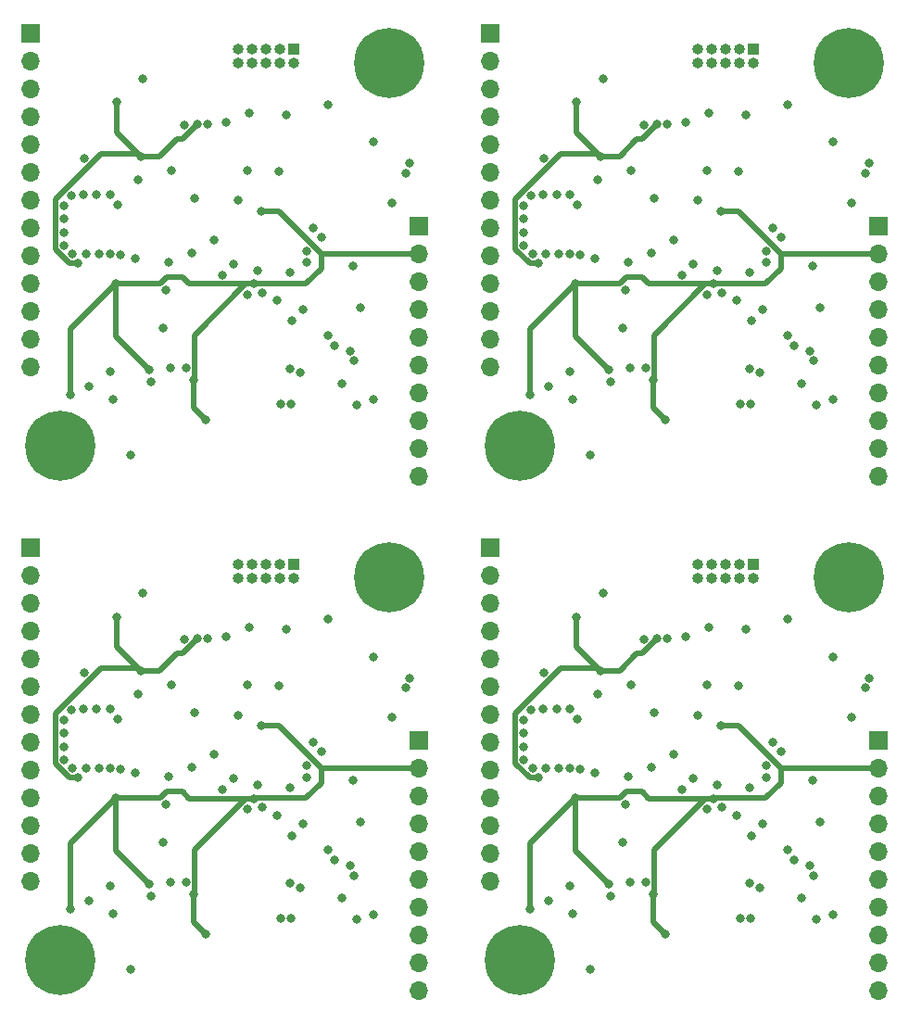
<source format=gbr>
%TF.GenerationSoftware,KiCad,Pcbnew,(6.0.11)*%
%TF.CreationDate,2023-02-14T10:47:04+13:00*%
%TF.ProjectId,stm32_panel,73746d33-325f-4706-916e-656c2e6b6963,rev?*%
%TF.SameCoordinates,Original*%
%TF.FileFunction,Copper,L3,Inr*%
%TF.FilePolarity,Positive*%
%FSLAX46Y46*%
G04 Gerber Fmt 4.6, Leading zero omitted, Abs format (unit mm)*
G04 Created by KiCad (PCBNEW (6.0.11)) date 2023-02-14 10:47:04*
%MOMM*%
%LPD*%
G01*
G04 APERTURE LIST*
%TA.AperFunction,ComponentPad*%
%ADD10R,1.700000X1.700000*%
%TD*%
%TA.AperFunction,ComponentPad*%
%ADD11O,1.700000X1.700000*%
%TD*%
%TA.AperFunction,ComponentPad*%
%ADD12R,1.000000X1.000000*%
%TD*%
%TA.AperFunction,ComponentPad*%
%ADD13O,1.000000X1.000000*%
%TD*%
%TA.AperFunction,ComponentPad*%
%ADD14C,0.800000*%
%TD*%
%TA.AperFunction,ComponentPad*%
%ADD15C,6.400000*%
%TD*%
%TA.AperFunction,ViaPad*%
%ADD16C,0.800000*%
%TD*%
%TA.AperFunction,Conductor*%
%ADD17C,0.500000*%
%TD*%
G04 APERTURE END LIST*
D10*
%TO.N,Board_1-+5V*%
%TO.C,J503*%
X103740000Y-34890000D03*
D11*
%TO.N,Board_1-+3V3*%
X103740000Y-37430000D03*
%TO.N,Board_1-GND*%
X103740000Y-39970000D03*
%TO.N,Board_1-MCU_CAN2H*%
X103740000Y-42510000D03*
%TO.N,Board_1-MCU_CAN2L*%
X103740000Y-45050000D03*
%TO.N,Board_1-MCU_UART4_TX*%
X103740000Y-47590000D03*
%TO.N,Board_1-MCU_UART4_RX*%
X103740000Y-50130000D03*
%TO.N,Board_1-MCU_USART3_TX*%
X103740000Y-52670000D03*
%TO.N,Board_1-MCU_USART3_RX*%
X103740000Y-55210000D03*
%TO.N,Board_1-SHIELD_STAT_LED*%
X103740000Y-57750000D03*
%TD*%
D12*
%TO.N,Board_3-+3V3*%
%TO.C,J301*%
X92300000Y-65800000D03*
D13*
%TO.N,Board_3-/Microcontroller/CONN_SWDIO*%
X92300000Y-67070000D03*
%TO.N,Board_3-GND*%
X91030000Y-65800000D03*
%TO.N,Board_3-/Microcontroller/CONN_SWCLK*%
X91030000Y-67070000D03*
%TO.N,Board_3-GND*%
X89760000Y-65800000D03*
%TO.N,Board_3-/Microcontroller/CONN_SWO*%
X89760000Y-67070000D03*
%TO.N,Board_3-unconnected-(J301-Pad7)*%
X88490000Y-65800000D03*
%TO.N,Board_3-unconnected-(J301-Pad8)*%
X88490000Y-67070000D03*
%TO.N,Board_3-GND*%
X87220000Y-65800000D03*
%TO.N,Board_3-unconnected-(J301-Pad10)*%
X87220000Y-67070000D03*
%TD*%
D14*
%TO.N,Board_2-GND*%
%TO.C,H502*%
X31400000Y-102000000D03*
X30697056Y-100302944D03*
X27302944Y-100302944D03*
X30697056Y-103697056D03*
X27302944Y-103697056D03*
X29000000Y-99600000D03*
D15*
X29000000Y-102000000D03*
D14*
X26600000Y-102000000D03*
X29000000Y-104400000D03*
%TD*%
D10*
%TO.N,Board_2-unconnected-(J505-Pad1)*%
%TO.C,J505*%
X26300000Y-64300000D03*
D11*
%TO.N,Board_2-+3V3*%
X26300000Y-66840000D03*
%TO.N,Board_2-unconnected-(J505-Pad3)*%
X26300000Y-69380000D03*
%TO.N,Board_2-MCU_CAN1_RX*%
X26300000Y-71920000D03*
%TO.N,Board_2-MCU_CAN1_TX*%
X26300000Y-74460000D03*
%TO.N,Board_2-MCU_I2C1_SCL*%
X26300000Y-77000000D03*
%TO.N,Board_2-MCU_I2C1_SDA*%
X26300000Y-79540000D03*
%TO.N,Board_2-MCU_SPI1_SCK*%
X26300000Y-82080000D03*
%TO.N,Board_2-MCU_SPI1_MISO*%
X26300000Y-84620000D03*
%TO.N,Board_2-MCU_SPI1_MOSI*%
X26300000Y-87160000D03*
%TO.N,Board_2-10*%
X26300000Y-89700000D03*
%TO.N,Board_2-11*%
X26300000Y-92240000D03*
%TO.N,Board_2-16*%
X26300000Y-94780000D03*
%TD*%
D10*
%TO.N,Board_3-unconnected-(J505-Pad1)*%
%TO.C,J505*%
X68300000Y-64300000D03*
D11*
%TO.N,Board_3-+3V3*%
X68300000Y-66840000D03*
%TO.N,Board_3-unconnected-(J505-Pad3)*%
X68300000Y-69380000D03*
%TO.N,Board_3-MCU_CAN1_RX*%
X68300000Y-71920000D03*
%TO.N,Board_3-MCU_CAN1_TX*%
X68300000Y-74460000D03*
%TO.N,Board_3-MCU_I2C1_SCL*%
X68300000Y-77000000D03*
%TO.N,Board_3-MCU_I2C1_SDA*%
X68300000Y-79540000D03*
%TO.N,Board_3-MCU_SPI1_SCK*%
X68300000Y-82080000D03*
%TO.N,Board_3-MCU_SPI1_MISO*%
X68300000Y-84620000D03*
%TO.N,Board_3-MCU_SPI1_MOSI*%
X68300000Y-87160000D03*
%TO.N,Board_3-10*%
X68300000Y-89700000D03*
%TO.N,Board_3-11*%
X68300000Y-92240000D03*
%TO.N,Board_3-16*%
X68300000Y-94780000D03*
%TD*%
D14*
%TO.N,Board_0-GND*%
%TO.C,H501*%
X59000000Y-22400000D03*
X61400000Y-20000000D03*
X60697056Y-21697056D03*
X56600000Y-20000000D03*
X57302944Y-18302944D03*
D15*
X59000000Y-20000000D03*
D14*
X57302944Y-21697056D03*
X60697056Y-18302944D03*
X59000000Y-17600000D03*
%TD*%
D15*
%TO.N,Board_0-GND*%
%TO.C,H502*%
X29000000Y-55000000D03*
D14*
X30697056Y-53302944D03*
X26600000Y-55000000D03*
X29000000Y-52600000D03*
X27302944Y-56697056D03*
X30697056Y-56697056D03*
X29000000Y-57400000D03*
X31400000Y-55000000D03*
X27302944Y-53302944D03*
%TD*%
D10*
%TO.N,Board_0-unconnected-(J505-Pad1)*%
%TO.C,J505*%
X26300000Y-17300000D03*
D11*
%TO.N,Board_0-+3V3*%
X26300000Y-19840000D03*
%TO.N,Board_0-unconnected-(J505-Pad3)*%
X26300000Y-22380000D03*
%TO.N,Board_0-MCU_CAN1_RX*%
X26300000Y-24920000D03*
%TO.N,Board_0-MCU_CAN1_TX*%
X26300000Y-27460000D03*
%TO.N,Board_0-MCU_I2C1_SCL*%
X26300000Y-30000000D03*
%TO.N,Board_0-MCU_I2C1_SDA*%
X26300000Y-32540000D03*
%TO.N,Board_0-MCU_SPI1_SCK*%
X26300000Y-35080000D03*
%TO.N,Board_0-MCU_SPI1_MISO*%
X26300000Y-37620000D03*
%TO.N,Board_0-MCU_SPI1_MOSI*%
X26300000Y-40160000D03*
%TO.N,Board_0-10*%
X26300000Y-42700000D03*
%TO.N,Board_0-11*%
X26300000Y-45240000D03*
%TO.N,Board_0-16*%
X26300000Y-47780000D03*
%TD*%
D10*
%TO.N,Board_0-+5V*%
%TO.C,J503*%
X61740000Y-34890000D03*
D11*
%TO.N,Board_0-+3V3*%
X61740000Y-37430000D03*
%TO.N,Board_0-GND*%
X61740000Y-39970000D03*
%TO.N,Board_0-MCU_CAN2H*%
X61740000Y-42510000D03*
%TO.N,Board_0-MCU_CAN2L*%
X61740000Y-45050000D03*
%TO.N,Board_0-MCU_UART4_TX*%
X61740000Y-47590000D03*
%TO.N,Board_0-MCU_UART4_RX*%
X61740000Y-50130000D03*
%TO.N,Board_0-MCU_USART3_TX*%
X61740000Y-52670000D03*
%TO.N,Board_0-MCU_USART3_RX*%
X61740000Y-55210000D03*
%TO.N,Board_0-SHIELD_STAT_LED*%
X61740000Y-57750000D03*
%TD*%
D14*
%TO.N,Board_2-GND*%
%TO.C,H501*%
X57302944Y-68697056D03*
X60697056Y-68697056D03*
X59000000Y-69400000D03*
X57302944Y-65302944D03*
X60697056Y-65302944D03*
X61400000Y-67000000D03*
X59000000Y-64600000D03*
D15*
X59000000Y-67000000D03*
D14*
X56600000Y-67000000D03*
%TD*%
D10*
%TO.N,Board_1-unconnected-(J505-Pad1)*%
%TO.C,J505*%
X68300000Y-17300000D03*
D11*
%TO.N,Board_1-+3V3*%
X68300000Y-19840000D03*
%TO.N,Board_1-unconnected-(J505-Pad3)*%
X68300000Y-22380000D03*
%TO.N,Board_1-MCU_CAN1_RX*%
X68300000Y-24920000D03*
%TO.N,Board_1-MCU_CAN1_TX*%
X68300000Y-27460000D03*
%TO.N,Board_1-MCU_I2C1_SCL*%
X68300000Y-30000000D03*
%TO.N,Board_1-MCU_I2C1_SDA*%
X68300000Y-32540000D03*
%TO.N,Board_1-MCU_SPI1_SCK*%
X68300000Y-35080000D03*
%TO.N,Board_1-MCU_SPI1_MISO*%
X68300000Y-37620000D03*
%TO.N,Board_1-MCU_SPI1_MOSI*%
X68300000Y-40160000D03*
%TO.N,Board_1-10*%
X68300000Y-42700000D03*
%TO.N,Board_1-11*%
X68300000Y-45240000D03*
%TO.N,Board_1-16*%
X68300000Y-47780000D03*
%TD*%
D12*
%TO.N,Board_2-+3V3*%
%TO.C,J301*%
X50300000Y-65800000D03*
D13*
%TO.N,Board_2-/Microcontroller/CONN_SWDIO*%
X50300000Y-67070000D03*
%TO.N,Board_2-GND*%
X49030000Y-65800000D03*
%TO.N,Board_2-/Microcontroller/CONN_SWCLK*%
X49030000Y-67070000D03*
%TO.N,Board_2-GND*%
X47760000Y-65800000D03*
%TO.N,Board_2-/Microcontroller/CONN_SWO*%
X47760000Y-67070000D03*
%TO.N,Board_2-unconnected-(J301-Pad7)*%
X46490000Y-65800000D03*
%TO.N,Board_2-unconnected-(J301-Pad8)*%
X46490000Y-67070000D03*
%TO.N,Board_2-GND*%
X45220000Y-65800000D03*
%TO.N,Board_2-unconnected-(J301-Pad10)*%
X45220000Y-67070000D03*
%TD*%
D10*
%TO.N,Board_2-+5V*%
%TO.C,J503*%
X61740000Y-81890000D03*
D11*
%TO.N,Board_2-+3V3*%
X61740000Y-84430000D03*
%TO.N,Board_2-GND*%
X61740000Y-86970000D03*
%TO.N,Board_2-MCU_CAN2H*%
X61740000Y-89510000D03*
%TO.N,Board_2-MCU_CAN2L*%
X61740000Y-92050000D03*
%TO.N,Board_2-MCU_UART4_TX*%
X61740000Y-94590000D03*
%TO.N,Board_2-MCU_UART4_RX*%
X61740000Y-97130000D03*
%TO.N,Board_2-MCU_USART3_TX*%
X61740000Y-99670000D03*
%TO.N,Board_2-MCU_USART3_RX*%
X61740000Y-102210000D03*
%TO.N,Board_2-SHIELD_STAT_LED*%
X61740000Y-104750000D03*
%TD*%
D14*
%TO.N,Board_1-GND*%
%TO.C,H501*%
X102697056Y-18302944D03*
D15*
X101000000Y-20000000D03*
D14*
X99302944Y-18302944D03*
X101000000Y-17600000D03*
X101000000Y-22400000D03*
X99302944Y-21697056D03*
X103400000Y-20000000D03*
X102697056Y-21697056D03*
X98600000Y-20000000D03*
%TD*%
%TO.N,Board_3-GND*%
%TO.C,H502*%
X69302944Y-100302944D03*
X71000000Y-99600000D03*
D15*
X71000000Y-102000000D03*
D14*
X72697056Y-103697056D03*
X72697056Y-100302944D03*
X68600000Y-102000000D03*
X73400000Y-102000000D03*
X71000000Y-104400000D03*
X69302944Y-103697056D03*
%TD*%
D12*
%TO.N,Board_0-+3V3*%
%TO.C,J301*%
X50300000Y-18800000D03*
D13*
%TO.N,Board_0-/Microcontroller/CONN_SWDIO*%
X50300000Y-20070000D03*
%TO.N,Board_0-GND*%
X49030000Y-18800000D03*
%TO.N,Board_0-/Microcontroller/CONN_SWCLK*%
X49030000Y-20070000D03*
%TO.N,Board_0-GND*%
X47760000Y-18800000D03*
%TO.N,Board_0-/Microcontroller/CONN_SWO*%
X47760000Y-20070000D03*
%TO.N,Board_0-unconnected-(J301-Pad7)*%
X46490000Y-18800000D03*
%TO.N,Board_0-unconnected-(J301-Pad8)*%
X46490000Y-20070000D03*
%TO.N,Board_0-GND*%
X45220000Y-18800000D03*
%TO.N,Board_0-unconnected-(J301-Pad10)*%
X45220000Y-20070000D03*
%TD*%
D14*
%TO.N,Board_1-GND*%
%TO.C,H502*%
X71000000Y-57400000D03*
X69302944Y-53302944D03*
D15*
X71000000Y-55000000D03*
D14*
X73400000Y-55000000D03*
X71000000Y-52600000D03*
X69302944Y-56697056D03*
X68600000Y-55000000D03*
X72697056Y-53302944D03*
X72697056Y-56697056D03*
%TD*%
D10*
%TO.N,Board_3-+5V*%
%TO.C,J503*%
X103740000Y-81890000D03*
D11*
%TO.N,Board_3-+3V3*%
X103740000Y-84430000D03*
%TO.N,Board_3-GND*%
X103740000Y-86970000D03*
%TO.N,Board_3-MCU_CAN2H*%
X103740000Y-89510000D03*
%TO.N,Board_3-MCU_CAN2L*%
X103740000Y-92050000D03*
%TO.N,Board_3-MCU_UART4_TX*%
X103740000Y-94590000D03*
%TO.N,Board_3-MCU_UART4_RX*%
X103740000Y-97130000D03*
%TO.N,Board_3-MCU_USART3_TX*%
X103740000Y-99670000D03*
%TO.N,Board_3-MCU_USART3_RX*%
X103740000Y-102210000D03*
%TO.N,Board_3-SHIELD_STAT_LED*%
X103740000Y-104750000D03*
%TD*%
D14*
%TO.N,Board_3-GND*%
%TO.C,H501*%
X101000000Y-64600000D03*
X99302944Y-65302944D03*
X101000000Y-69400000D03*
X99302944Y-68697056D03*
X98600000Y-67000000D03*
X102697056Y-68697056D03*
X103400000Y-67000000D03*
D15*
X101000000Y-67000000D03*
D14*
X102697056Y-65302944D03*
%TD*%
D12*
%TO.N,Board_1-+3V3*%
%TO.C,J301*%
X92300000Y-18800000D03*
D13*
%TO.N,Board_1-/Microcontroller/CONN_SWDIO*%
X92300000Y-20070000D03*
%TO.N,Board_1-GND*%
X91030000Y-18800000D03*
%TO.N,Board_1-/Microcontroller/CONN_SWCLK*%
X91030000Y-20070000D03*
%TO.N,Board_1-GND*%
X89760000Y-18800000D03*
%TO.N,Board_1-/Microcontroller/CONN_SWO*%
X89760000Y-20070000D03*
%TO.N,Board_1-unconnected-(J301-Pad7)*%
X88490000Y-18800000D03*
%TO.N,Board_1-unconnected-(J301-Pad8)*%
X88490000Y-20070000D03*
%TO.N,Board_1-GND*%
X87220000Y-18800000D03*
%TO.N,Board_1-unconnected-(J301-Pad10)*%
X87220000Y-20070000D03*
%TD*%
D16*
%TO.N,Board_0-+3V3*%
X41490000Y-25630000D03*
X34150000Y-23620000D03*
X29925000Y-50300000D03*
X37125000Y-48075000D03*
X46660000Y-40220000D03*
X34070000Y-40200000D03*
X41200000Y-48950000D03*
X36340000Y-28540000D03*
X30625000Y-38325000D03*
X47373500Y-33550000D03*
X42300000Y-52600000D03*
%TO.N,Board_0-/Microcontroller/MCU_BOOT0*%
X44145000Y-25420000D03*
X41270000Y-32380000D03*
%TO.N,Board_0-/Microcontroller/MCU_BOOT1*%
X46076815Y-41165000D03*
X47423185Y-41035000D03*
%TO.N,Board_0-/Microcontroller/MCU_LED_A*%
X47000000Y-39000000D03*
X51138986Y-42571014D03*
%TO.N,Board_0-10*%
X35800000Y-37875000D03*
%TO.N,Board_0-11*%
X38860000Y-38225000D03*
%TO.N,Board_0-16*%
X38590000Y-40800000D03*
%TO.N,Board_0-GND*%
X36075000Y-30725000D03*
X35400000Y-55850000D03*
X33516812Y-32075009D03*
X34216812Y-32975009D03*
X29316812Y-33085009D03*
X38385500Y-44240000D03*
X57580000Y-27260000D03*
X34500000Y-37525000D03*
X32316812Y-32075009D03*
X30116812Y-37475009D03*
X33516812Y-37475009D03*
X49100000Y-51200000D03*
X48815000Y-41740000D03*
X31607459Y-49609331D03*
X57600000Y-50800000D03*
X50900000Y-48350000D03*
X29975000Y-32125000D03*
X37283018Y-49115894D03*
X29316812Y-36685009D03*
X49945000Y-47990000D03*
X53410000Y-23850000D03*
X55705000Y-38580000D03*
X32516812Y-37475009D03*
X56400000Y-42400000D03*
X31161509Y-28741509D03*
X48925000Y-29955000D03*
X33775000Y-50745000D03*
X31316812Y-37475009D03*
X49620000Y-24780000D03*
X46273185Y-24625000D03*
X31116812Y-32075009D03*
X29316812Y-35485009D03*
X36550000Y-21465000D03*
X54700000Y-49350000D03*
X29316812Y-34285009D03*
X50175000Y-43600000D03*
X59260000Y-32810000D03*
X33525000Y-48230000D03*
X39095500Y-29838454D03*
%TO.N,Board_0-MCU_CAN2H*%
X60865109Y-29206595D03*
%TO.N,Board_0-MCU_CAN2L*%
X60513986Y-30063986D03*
%TO.N,Board_0-MCU_CAN2_RX*%
X52050000Y-35120000D03*
X51523499Y-38270000D03*
%TO.N,Board_0-MCU_CAN2_TX*%
X52810000Y-35950000D03*
X51523499Y-37210000D03*
%TO.N,Board_0-MCU_I2C1_SCL*%
X42415589Y-25588863D03*
%TO.N,Board_0-MCU_I2C1_SDA*%
X40335931Y-25685931D03*
%TO.N,Board_0-MCU_I2C3_SCL*%
X43000000Y-36200000D03*
X40464388Y-47890882D03*
%TO.N,Board_0-MCU_I2C3_SDA*%
X39040000Y-47912980D03*
X41000000Y-37400000D03*
%TO.N,Board_0-MCU_UART4_RX*%
X43800000Y-39443500D03*
X54050000Y-45815000D03*
%TO.N,Board_0-MCU_UART4_TX*%
X53448986Y-44881014D03*
X44800000Y-38400000D03*
%TO.N,Board_0-MCU_USART3_RX*%
X45250000Y-32600000D03*
%TO.N,Board_0-MCU_USART3_TX*%
X46060202Y-29874556D03*
%TO.N,Board_0-SHIELD_STAT_LED*%
X55474683Y-46382489D03*
X50000000Y-39200000D03*
%TO.N,Board_0-VBUS*%
X56100000Y-51300000D03*
X50050000Y-51200000D03*
X55800000Y-47250000D03*
%TO.N,Board_1-+3V3*%
X83490000Y-25630000D03*
X76150000Y-23620000D03*
X71925000Y-50300000D03*
X79125000Y-48075000D03*
X88660000Y-40220000D03*
X76070000Y-40200000D03*
X83200000Y-48950000D03*
X78340000Y-28540000D03*
X72625000Y-38325000D03*
X89373500Y-33550000D03*
X84300000Y-52600000D03*
%TO.N,Board_1-/Microcontroller/MCU_BOOT0*%
X86145000Y-25420000D03*
X83270000Y-32380000D03*
%TO.N,Board_1-/Microcontroller/MCU_BOOT1*%
X88076815Y-41165000D03*
X89423185Y-41035000D03*
%TO.N,Board_1-/Microcontroller/MCU_LED_A*%
X89000000Y-39000000D03*
X93138986Y-42571014D03*
%TO.N,Board_1-10*%
X77800000Y-37875000D03*
%TO.N,Board_1-11*%
X80860000Y-38225000D03*
%TO.N,Board_1-16*%
X80590000Y-40800000D03*
%TO.N,Board_1-GND*%
X78075000Y-30725000D03*
X77400000Y-55850000D03*
X75516812Y-32075009D03*
X76216812Y-32975009D03*
X71316812Y-33085009D03*
X80385500Y-44240000D03*
X99580000Y-27260000D03*
X76500000Y-37525000D03*
X74316812Y-32075009D03*
X72116812Y-37475009D03*
X75516812Y-37475009D03*
X91100000Y-51200000D03*
X90815000Y-41740000D03*
X73607459Y-49609331D03*
X99600000Y-50800000D03*
X92900000Y-48350000D03*
X71975000Y-32125000D03*
X79283018Y-49115894D03*
X71316812Y-36685009D03*
X91945000Y-47990000D03*
X95410000Y-23850000D03*
X97705000Y-38580000D03*
X74516812Y-37475009D03*
X98400000Y-42400000D03*
X73161509Y-28741509D03*
X90925000Y-29955000D03*
X75775000Y-50745000D03*
X73316812Y-37475009D03*
X91620000Y-24780000D03*
X88273185Y-24625000D03*
X73116812Y-32075009D03*
X71316812Y-35485009D03*
X78550000Y-21465000D03*
X96700000Y-49350000D03*
X71316812Y-34285009D03*
X92175000Y-43600000D03*
X101260000Y-32810000D03*
X75525000Y-48230000D03*
X81095500Y-29838454D03*
%TO.N,Board_1-MCU_CAN2H*%
X102865109Y-29206595D03*
%TO.N,Board_1-MCU_CAN2L*%
X102513986Y-30063986D03*
%TO.N,Board_1-MCU_CAN2_RX*%
X94050000Y-35120000D03*
X93523499Y-38270000D03*
%TO.N,Board_1-MCU_CAN2_TX*%
X94810000Y-35950000D03*
X93523499Y-37210000D03*
%TO.N,Board_1-MCU_I2C1_SCL*%
X84415589Y-25588863D03*
%TO.N,Board_1-MCU_I2C1_SDA*%
X82335931Y-25685931D03*
%TO.N,Board_1-MCU_I2C3_SCL*%
X85000000Y-36200000D03*
X82464388Y-47890882D03*
%TO.N,Board_1-MCU_I2C3_SDA*%
X81040000Y-47912980D03*
X83000000Y-37400000D03*
%TO.N,Board_1-MCU_UART4_RX*%
X85800000Y-39443500D03*
X96050000Y-45815000D03*
%TO.N,Board_1-MCU_UART4_TX*%
X95448986Y-44881014D03*
X86800000Y-38400000D03*
%TO.N,Board_1-MCU_USART3_RX*%
X87250000Y-32600000D03*
%TO.N,Board_1-MCU_USART3_TX*%
X88060202Y-29874556D03*
%TO.N,Board_1-SHIELD_STAT_LED*%
X97474683Y-46382489D03*
X92000000Y-39200000D03*
%TO.N,Board_1-VBUS*%
X98100000Y-51300000D03*
X92050000Y-51200000D03*
X97800000Y-47250000D03*
%TO.N,Board_2-+3V3*%
X41490000Y-72630000D03*
X34150000Y-70620000D03*
X29925000Y-97300000D03*
X37125000Y-95075000D03*
X46660000Y-87220000D03*
X34070000Y-87200000D03*
X41200000Y-95950000D03*
X36340000Y-75540000D03*
X30625000Y-85325000D03*
X47373500Y-80550000D03*
X42300000Y-99600000D03*
%TO.N,Board_2-/Microcontroller/MCU_BOOT0*%
X44145000Y-72420000D03*
X41270000Y-79380000D03*
%TO.N,Board_2-/Microcontroller/MCU_BOOT1*%
X46076815Y-88165000D03*
X47423185Y-88035000D03*
%TO.N,Board_2-/Microcontroller/MCU_LED_A*%
X47000000Y-86000000D03*
X51138986Y-89571014D03*
%TO.N,Board_2-10*%
X35800000Y-84875000D03*
%TO.N,Board_2-11*%
X38860000Y-85225000D03*
%TO.N,Board_2-16*%
X38590000Y-87800000D03*
%TO.N,Board_2-GND*%
X36075000Y-77725000D03*
X35400000Y-102850000D03*
X33516812Y-79075009D03*
X34216812Y-79975009D03*
X29316812Y-80085009D03*
X38385500Y-91240000D03*
X57580000Y-74260000D03*
X34500000Y-84525000D03*
X32316812Y-79075009D03*
X30116812Y-84475009D03*
X33516812Y-84475009D03*
X49100000Y-98200000D03*
X48815000Y-88740000D03*
X31607459Y-96609331D03*
X57600000Y-97800000D03*
X50900000Y-95350000D03*
X29975000Y-79125000D03*
X37283018Y-96115894D03*
X29316812Y-83685009D03*
X49945000Y-94990000D03*
X53410000Y-70850000D03*
X55705000Y-85580000D03*
X32516812Y-84475009D03*
X56400000Y-89400000D03*
X31161509Y-75741509D03*
X48925000Y-76955000D03*
X33775000Y-97745000D03*
X31316812Y-84475009D03*
X49620000Y-71780000D03*
X46273185Y-71625000D03*
X31116812Y-79075009D03*
X29316812Y-82485009D03*
X36550000Y-68465000D03*
X54700000Y-96350000D03*
X29316812Y-81285009D03*
X50175000Y-90600000D03*
X59260000Y-79810000D03*
X33525000Y-95230000D03*
X39095500Y-76838454D03*
%TO.N,Board_2-MCU_CAN2H*%
X60865109Y-76206595D03*
%TO.N,Board_2-MCU_CAN2L*%
X60513986Y-77063986D03*
%TO.N,Board_2-MCU_CAN2_RX*%
X52050000Y-82120000D03*
X51523499Y-85270000D03*
%TO.N,Board_2-MCU_CAN2_TX*%
X52810000Y-82950000D03*
X51523499Y-84210000D03*
%TO.N,Board_2-MCU_I2C1_SCL*%
X42415589Y-72588863D03*
%TO.N,Board_2-MCU_I2C1_SDA*%
X40335931Y-72685931D03*
%TO.N,Board_2-MCU_I2C3_SCL*%
X43000000Y-83200000D03*
X40464388Y-94890882D03*
%TO.N,Board_2-MCU_I2C3_SDA*%
X39040000Y-94912980D03*
X41000000Y-84400000D03*
%TO.N,Board_2-MCU_UART4_RX*%
X43800000Y-86443500D03*
X54050000Y-92815000D03*
%TO.N,Board_2-MCU_UART4_TX*%
X53448986Y-91881014D03*
X44800000Y-85400000D03*
%TO.N,Board_2-MCU_USART3_RX*%
X45250000Y-79600000D03*
%TO.N,Board_2-MCU_USART3_TX*%
X46060202Y-76874556D03*
%TO.N,Board_2-SHIELD_STAT_LED*%
X55474683Y-93382489D03*
X50000000Y-86200000D03*
%TO.N,Board_2-VBUS*%
X56100000Y-98300000D03*
X50050000Y-98200000D03*
X55800000Y-94250000D03*
%TO.N,Board_3-+3V3*%
X83490000Y-72630000D03*
X76150000Y-70620000D03*
X71925000Y-97300000D03*
X79125000Y-95075000D03*
X88660000Y-87220000D03*
X76070000Y-87200000D03*
X83200000Y-95950000D03*
X78340000Y-75540000D03*
X72625000Y-85325000D03*
X89373500Y-80550000D03*
X84300000Y-99600000D03*
%TO.N,Board_3-/Microcontroller/MCU_BOOT0*%
X86145000Y-72420000D03*
X83270000Y-79380000D03*
%TO.N,Board_3-/Microcontroller/MCU_BOOT1*%
X88076815Y-88165000D03*
X89423185Y-88035000D03*
%TO.N,Board_3-/Microcontroller/MCU_LED_A*%
X89000000Y-86000000D03*
X93138986Y-89571014D03*
%TO.N,Board_3-10*%
X77800000Y-84875000D03*
%TO.N,Board_3-11*%
X80860000Y-85225000D03*
%TO.N,Board_3-16*%
X80590000Y-87800000D03*
%TO.N,Board_3-GND*%
X78075000Y-77725000D03*
X77400000Y-102850000D03*
X75516812Y-79075009D03*
X76216812Y-79975009D03*
X71316812Y-80085009D03*
X80385500Y-91240000D03*
X99580000Y-74260000D03*
X76500000Y-84525000D03*
X74316812Y-79075009D03*
X72116812Y-84475009D03*
X75516812Y-84475009D03*
X91100000Y-98200000D03*
X90815000Y-88740000D03*
X73607459Y-96609331D03*
X99600000Y-97800000D03*
X92900000Y-95350000D03*
X71975000Y-79125000D03*
X79283018Y-96115894D03*
X71316812Y-83685009D03*
X91945000Y-94990000D03*
X95410000Y-70850000D03*
X97705000Y-85580000D03*
X74516812Y-84475009D03*
X98400000Y-89400000D03*
X73161509Y-75741509D03*
X90925000Y-76955000D03*
X75775000Y-97745000D03*
X73316812Y-84475009D03*
X91620000Y-71780000D03*
X88273185Y-71625000D03*
X73116812Y-79075009D03*
X71316812Y-82485009D03*
X78550000Y-68465000D03*
X96700000Y-96350000D03*
X71316812Y-81285009D03*
X92175000Y-90600000D03*
X101260000Y-79810000D03*
X75525000Y-95230000D03*
X81095500Y-76838454D03*
%TO.N,Board_3-MCU_CAN2H*%
X102865109Y-76206595D03*
%TO.N,Board_3-MCU_CAN2L*%
X102513986Y-77063986D03*
%TO.N,Board_3-MCU_CAN2_RX*%
X94050000Y-82120000D03*
X93523499Y-85270000D03*
%TO.N,Board_3-MCU_CAN2_TX*%
X94810000Y-82950000D03*
X93523499Y-84210000D03*
%TO.N,Board_3-MCU_I2C1_SCL*%
X84415589Y-72588863D03*
%TO.N,Board_3-MCU_I2C1_SDA*%
X82335931Y-72685931D03*
%TO.N,Board_3-MCU_I2C3_SCL*%
X85000000Y-83200000D03*
X82464388Y-94890882D03*
%TO.N,Board_3-MCU_I2C3_SDA*%
X81040000Y-94912980D03*
X83000000Y-84400000D03*
%TO.N,Board_3-MCU_UART4_RX*%
X85800000Y-86443500D03*
X96050000Y-92815000D03*
%TO.N,Board_3-MCU_UART4_TX*%
X95448986Y-91881014D03*
X86800000Y-85400000D03*
%TO.N,Board_3-MCU_USART3_RX*%
X87250000Y-79600000D03*
%TO.N,Board_3-MCU_USART3_TX*%
X88060202Y-76874556D03*
%TO.N,Board_3-SHIELD_STAT_LED*%
X97474683Y-93382489D03*
X92000000Y-86200000D03*
%TO.N,Board_3-VBUS*%
X98100000Y-98300000D03*
X92050000Y-98200000D03*
X97800000Y-94250000D03*
%TD*%
D17*
%TO.N,Board_0-+3V3*%
X29925000Y-44355000D02*
X29925000Y-50300000D01*
X34080000Y-40210000D02*
X34080000Y-45030000D01*
X39659156Y-26962000D02*
X40158000Y-26962000D01*
X46660000Y-40220000D02*
X40740000Y-40220000D01*
X34070000Y-40210000D02*
X29925000Y-44355000D01*
X41241388Y-44901583D02*
X41241388Y-48908612D01*
X34080000Y-45030000D02*
X37125000Y-48075000D01*
X28539812Y-37006853D02*
X29857959Y-38325000D01*
X38071156Y-28550000D02*
X39659156Y-26962000D01*
X36340000Y-28540000D02*
X36350000Y-28550000D01*
X48962343Y-33550000D02*
X47373500Y-33550000D01*
X46660000Y-40220000D02*
X45922971Y-40220000D01*
X51443844Y-40210000D02*
X52842343Y-38811501D01*
X34070000Y-40200000D02*
X34070000Y-40210000D01*
X40123000Y-39603000D02*
X38688156Y-39603000D01*
X46670000Y-40210000D02*
X51443844Y-40210000D01*
X34150000Y-26350000D02*
X34150000Y-23620000D01*
X52842343Y-37430000D02*
X48962343Y-33550000D01*
X32661156Y-28340000D02*
X28539812Y-32461344D01*
X36340000Y-28540000D02*
X36140000Y-28340000D01*
X40740000Y-40220000D02*
X40123000Y-39603000D01*
X29857959Y-38325000D02*
X30625000Y-38325000D01*
X38101156Y-40190000D02*
X34080000Y-40190000D01*
X41200000Y-48950000D02*
X41200000Y-51500000D01*
X40158000Y-26962000D02*
X41490000Y-25630000D01*
X34080000Y-40190000D02*
X34070000Y-40200000D01*
X36350000Y-28550000D02*
X38071156Y-28550000D01*
X28539812Y-32461344D02*
X28539812Y-37006853D01*
X36140000Y-28340000D02*
X32661156Y-28340000D01*
X46660000Y-40220000D02*
X46670000Y-40210000D01*
X52842343Y-38811501D02*
X52842343Y-37430000D01*
X41200000Y-51500000D02*
X42300000Y-52600000D01*
X36340000Y-28540000D02*
X34150000Y-26350000D01*
X38688156Y-39603000D02*
X38101156Y-40190000D01*
X61740000Y-37430000D02*
X52842343Y-37430000D01*
X34070000Y-40200000D02*
X34080000Y-40210000D01*
X45922971Y-40220000D02*
X41241388Y-44901583D01*
X41241388Y-48908612D02*
X41200000Y-48950000D01*
%TO.N,Board_1-+3V3*%
X71925000Y-44355000D02*
X71925000Y-50300000D01*
X76080000Y-40210000D02*
X76080000Y-45030000D01*
X81659156Y-26962000D02*
X82158000Y-26962000D01*
X88660000Y-40220000D02*
X82740000Y-40220000D01*
X76070000Y-40210000D02*
X71925000Y-44355000D01*
X83241388Y-44901583D02*
X83241388Y-48908612D01*
X76080000Y-45030000D02*
X79125000Y-48075000D01*
X70539812Y-37006853D02*
X71857959Y-38325000D01*
X80071156Y-28550000D02*
X81659156Y-26962000D01*
X78340000Y-28540000D02*
X78350000Y-28550000D01*
X90962343Y-33550000D02*
X89373500Y-33550000D01*
X88660000Y-40220000D02*
X87922971Y-40220000D01*
X93443844Y-40210000D02*
X94842343Y-38811501D01*
X76070000Y-40200000D02*
X76070000Y-40210000D01*
X82123000Y-39603000D02*
X80688156Y-39603000D01*
X88670000Y-40210000D02*
X93443844Y-40210000D01*
X76150000Y-26350000D02*
X76150000Y-23620000D01*
X94842343Y-37430000D02*
X90962343Y-33550000D01*
X74661156Y-28340000D02*
X70539812Y-32461344D01*
X78340000Y-28540000D02*
X78140000Y-28340000D01*
X82740000Y-40220000D02*
X82123000Y-39603000D01*
X71857959Y-38325000D02*
X72625000Y-38325000D01*
X80101156Y-40190000D02*
X76080000Y-40190000D01*
X83200000Y-48950000D02*
X83200000Y-51500000D01*
X82158000Y-26962000D02*
X83490000Y-25630000D01*
X76080000Y-40190000D02*
X76070000Y-40200000D01*
X78350000Y-28550000D02*
X80071156Y-28550000D01*
X70539812Y-32461344D02*
X70539812Y-37006853D01*
X78140000Y-28340000D02*
X74661156Y-28340000D01*
X88660000Y-40220000D02*
X88670000Y-40210000D01*
X94842343Y-38811501D02*
X94842343Y-37430000D01*
X83200000Y-51500000D02*
X84300000Y-52600000D01*
X78340000Y-28540000D02*
X76150000Y-26350000D01*
X80688156Y-39603000D02*
X80101156Y-40190000D01*
X103740000Y-37430000D02*
X94842343Y-37430000D01*
X76070000Y-40200000D02*
X76080000Y-40210000D01*
X87922971Y-40220000D02*
X83241388Y-44901583D01*
X83241388Y-48908612D02*
X83200000Y-48950000D01*
%TO.N,Board_2-+3V3*%
X29925000Y-91355000D02*
X29925000Y-97300000D01*
X34080000Y-87210000D02*
X34080000Y-92030000D01*
X39659156Y-73962000D02*
X40158000Y-73962000D01*
X46660000Y-87220000D02*
X40740000Y-87220000D01*
X34070000Y-87210000D02*
X29925000Y-91355000D01*
X41241388Y-91901583D02*
X41241388Y-95908612D01*
X34080000Y-92030000D02*
X37125000Y-95075000D01*
X28539812Y-84006853D02*
X29857959Y-85325000D01*
X38071156Y-75550000D02*
X39659156Y-73962000D01*
X36340000Y-75540000D02*
X36350000Y-75550000D01*
X48962343Y-80550000D02*
X47373500Y-80550000D01*
X46660000Y-87220000D02*
X45922971Y-87220000D01*
X51443844Y-87210000D02*
X52842343Y-85811501D01*
X34070000Y-87200000D02*
X34070000Y-87210000D01*
X40123000Y-86603000D02*
X38688156Y-86603000D01*
X46670000Y-87210000D02*
X51443844Y-87210000D01*
X34150000Y-73350000D02*
X34150000Y-70620000D01*
X52842343Y-84430000D02*
X48962343Y-80550000D01*
X32661156Y-75340000D02*
X28539812Y-79461344D01*
X36340000Y-75540000D02*
X36140000Y-75340000D01*
X40740000Y-87220000D02*
X40123000Y-86603000D01*
X29857959Y-85325000D02*
X30625000Y-85325000D01*
X38101156Y-87190000D02*
X34080000Y-87190000D01*
X41200000Y-95950000D02*
X41200000Y-98500000D01*
X40158000Y-73962000D02*
X41490000Y-72630000D01*
X34080000Y-87190000D02*
X34070000Y-87200000D01*
X36350000Y-75550000D02*
X38071156Y-75550000D01*
X28539812Y-79461344D02*
X28539812Y-84006853D01*
X36140000Y-75340000D02*
X32661156Y-75340000D01*
X46660000Y-87220000D02*
X46670000Y-87210000D01*
X52842343Y-85811501D02*
X52842343Y-84430000D01*
X41200000Y-98500000D02*
X42300000Y-99600000D01*
X36340000Y-75540000D02*
X34150000Y-73350000D01*
X38688156Y-86603000D02*
X38101156Y-87190000D01*
X61740000Y-84430000D02*
X52842343Y-84430000D01*
X34070000Y-87200000D02*
X34080000Y-87210000D01*
X45922971Y-87220000D02*
X41241388Y-91901583D01*
X41241388Y-95908612D02*
X41200000Y-95950000D01*
%TO.N,Board_3-+3V3*%
X71925000Y-91355000D02*
X71925000Y-97300000D01*
X76080000Y-87210000D02*
X76080000Y-92030000D01*
X81659156Y-73962000D02*
X82158000Y-73962000D01*
X88660000Y-87220000D02*
X82740000Y-87220000D01*
X76070000Y-87210000D02*
X71925000Y-91355000D01*
X83241388Y-91901583D02*
X83241388Y-95908612D01*
X76080000Y-92030000D02*
X79125000Y-95075000D01*
X70539812Y-84006853D02*
X71857959Y-85325000D01*
X80071156Y-75550000D02*
X81659156Y-73962000D01*
X78340000Y-75540000D02*
X78350000Y-75550000D01*
X90962343Y-80550000D02*
X89373500Y-80550000D01*
X88660000Y-87220000D02*
X87922971Y-87220000D01*
X93443844Y-87210000D02*
X94842343Y-85811501D01*
X76070000Y-87200000D02*
X76070000Y-87210000D01*
X82123000Y-86603000D02*
X80688156Y-86603000D01*
X88670000Y-87210000D02*
X93443844Y-87210000D01*
X76150000Y-73350000D02*
X76150000Y-70620000D01*
X94842343Y-84430000D02*
X90962343Y-80550000D01*
X74661156Y-75340000D02*
X70539812Y-79461344D01*
X78340000Y-75540000D02*
X78140000Y-75340000D01*
X82740000Y-87220000D02*
X82123000Y-86603000D01*
X71857959Y-85325000D02*
X72625000Y-85325000D01*
X80101156Y-87190000D02*
X76080000Y-87190000D01*
X83200000Y-95950000D02*
X83200000Y-98500000D01*
X82158000Y-73962000D02*
X83490000Y-72630000D01*
X76080000Y-87190000D02*
X76070000Y-87200000D01*
X78350000Y-75550000D02*
X80071156Y-75550000D01*
X70539812Y-79461344D02*
X70539812Y-84006853D01*
X78140000Y-75340000D02*
X74661156Y-75340000D01*
X88660000Y-87220000D02*
X88670000Y-87210000D01*
X94842343Y-85811501D02*
X94842343Y-84430000D01*
X83200000Y-98500000D02*
X84300000Y-99600000D01*
X78340000Y-75540000D02*
X76150000Y-73350000D01*
X80688156Y-86603000D02*
X80101156Y-87190000D01*
X103740000Y-84430000D02*
X94842343Y-84430000D01*
X76070000Y-87200000D02*
X76080000Y-87210000D01*
X87922971Y-87220000D02*
X83241388Y-91901583D01*
X83241388Y-95908612D02*
X83200000Y-95950000D01*
%TD*%
M02*

</source>
